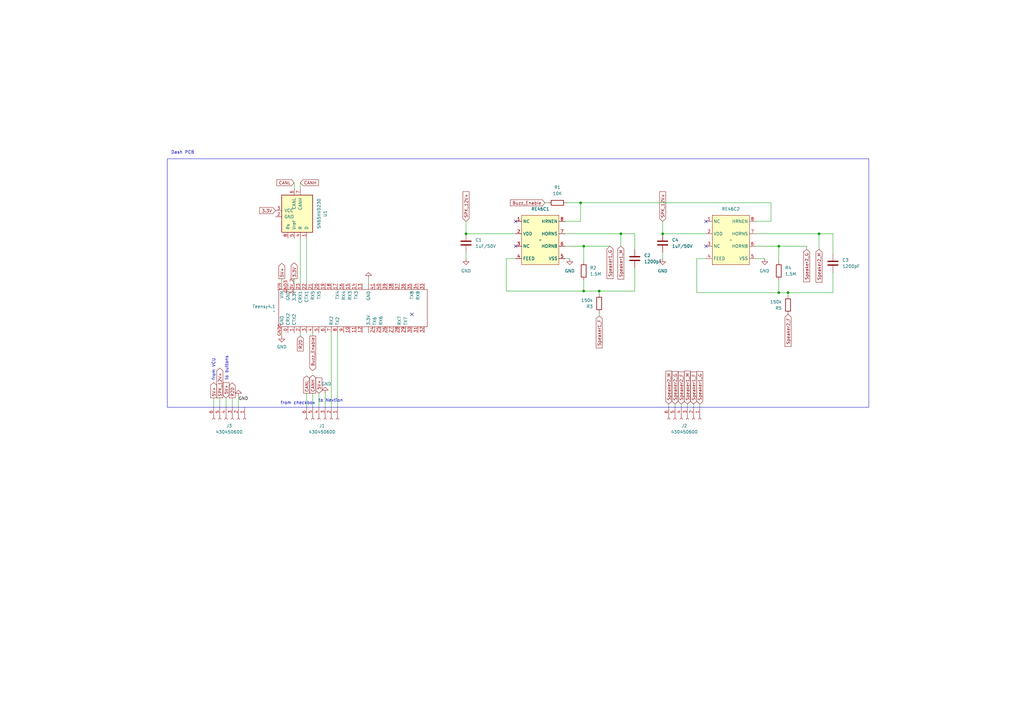
<source format=kicad_sch>
(kicad_sch (version 20231120) (generator "eeschema") (generator_version "8.0")
  (paper "A3")
  (title_block (title "SC FormulaE Electrical System"))
  (lib_symbols
    (symbol "Connector:Conn_01x06_Socket" (pin_names (offset 1.016) hide)
      (property "Reference" "J" (at 0 7.62 0))
      (property "Value" "Conn_01x06_Socket" (at 0 -10.16 0))
      (symbol "Conn_01x06_Socket_1_1"
        (arc (start 0 -7.112) (mid -0.5058 -7.62) (end 0 -8.128) (stroke (width 0.1524)))
        (arc (start 0 -4.572) (mid -0.5058 -5.08) (end 0 -5.588) (stroke (width 0.1524)))
        (arc (start 0 -2.032) (mid -0.5058 -2.54) (end 0 -3.048) (stroke (width 0.1524)))
        (polyline (pts (xy -1.27 -7.62) (xy -0.508 -7.62)) (stroke (width 0.1524)))
        (polyline (pts (xy -1.27 -5.08) (xy -0.508 -5.08)) (stroke (width 0.1524)))
        (polyline (pts (xy -1.27 -2.54) (xy -0.508 -2.54)) (stroke (width 0.1524)))
        (polyline (pts (xy -1.27 0) (xy -0.508 0)) (stroke (width 0.1524)))
        (polyline (pts (xy -1.27 2.54) (xy -0.508 2.54)) (stroke (width 0.1524)))
        (polyline (pts (xy -1.27 5.08) (xy -0.508 5.08)) (stroke (width 0.1524)))
        (arc (start 0 0.508) (mid -0.5058 0) (end 0 -0.508) (stroke (width 0.1524)))
        (arc (start 0 3.048) (mid -0.5058 2.54) (end 0 2.032) (stroke (width 0.1524)))
        (arc (start 0 5.588) (mid -0.5058 5.08) (end 0 4.572) (stroke (width 0.1524)))
        (pin passive line (at -5.08 5.08 0) (length 3.81) (name "Pin_1") (number "1"))
        (pin passive line (at -5.08 2.54 0) (length 3.81) (name "Pin_2") (number "2"))
        (pin passive line (at -5.08 0 0) (length 3.81) (name "Pin_3") (number "3"))
        (pin passive line (at -5.08 -2.54 0) (length 3.81) (name "Pin_4") (number "4"))
        (pin passive line (at -5.08 -5.08 0) (length 3.81) (name "Pin_5") (number "5"))
        (pin passive line (at -5.08 -7.62 0) (length 3.81) (name "Pin_6") (number "6"))
      )
    )
    (symbol "Device:C" (pin_numbers hide) (pin_names (offset 0.254))
      (property "Reference" "C" (at 0.635 2.54 0))
      (property "Value" "C" (at 0.635 -2.54 0))
      (symbol "C_0_1"
        (polyline (pts (xy -2.032 -0.762) (xy 2.032 -0.762)) (stroke (width 0.508)))
        (polyline (pts (xy -2.032 0.762) (xy 2.032 0.762)) (stroke (width 0.508)))
      )
      (symbol "C_1_1"
        (pin passive line (at 0 3.81 270) (length 2.794) (name "~") (number "1"))
        (pin passive line (at 0 -3.81 90) (length 2.794) (name "~") (number "2"))
      )
    )
    (symbol "Device:R" (pin_numbers hide) (pin_names (offset 0))
      (property "Reference" "R" (at 2.032 0 90))
      (property "Value" "R" (at 0 0 90))
      (symbol "R_0_1"
        (rectangle (start -1.016 -2.54) (end 1.016 2.54) (stroke (width 0.254)))
      )
      (symbol "R_1_1"
        (pin passive line (at 0 3.81 270) (length 1.27) (name "~") (number "1"))
        (pin passive line (at 0 -3.81 90) (length 1.27) (name "~") (number "2"))
      )
    )
    (symbol "FSAE:RE46C100"
      (property "Reference" "RE46C100" (at 0 0 0))
      (symbol "RE46C100_1_1"
        (rectangle (start -7.62 10.16) (end 7.62 -10.16) (fill (type background)))
        (pin input line (at -10.16 7.62 0) (length 2.54) (name "NC") (number "1"))
        (pin input line (at -10.16 2.54 0) (length 2.54) (name "VDD") (number "2"))
        (pin input line (at -10.16 -2.54 0) (length 2.54) (name "NC") (number "3"))
        (pin input line (at -10.16 -7.62 0) (length 2.54) (name "FEED") (number "4"))
        (pin input line (at 10.16 -7.62 180) (length 2.54) (name "VSS") (number "5"))
        (pin input line (at 10.16 -2.54 180) (length 2.54) (name "HORNB") (number "6"))
        (pin input line (at 10.16 2.54 180) (length 2.54) (name "HORNS") (number "7"))
        (pin input line (at 10.16 7.62 180) (length 2.54) (name "HRNEN") (number "8"))
      )
    )
    (symbol "SN65HVD230_1" (pin_names (offset 1.016))
      (property "Reference" "U" (at -2.54 10.16 0))
      (property "Value" "SN65HVD230" (at 1.27 -10.16 0))
      (symbol "SN65HVD230_1_0_1"
        (rectangle (start -7.62 5.08) (end 7.62 -7.62) (stroke (width 0.254)) (fill (type background)))
      )
      (symbol "SN65HVD230_1_1_1"
        (pin input line (at -10.16 2.54 0) (length 2.54) (name "D") (number "1"))
        (pin power_in line (at -1.27 -10.16 90) (length 2.54) (name "GND") (number "2"))
        (pin power_in line (at 1.27 -10.16 90) (length 2.54) (name "VCC") (number "3"))
        (pin output line (at -10.16 0 0) (length 2.54) (name "R") (number "4"))
        (pin output line (at -10.16 -2.54 0) (length 2.54) (name "Vref") (number "5"))
        (pin bidirectional line (at 10.16 -2.54 180) (length 2.54) (name "CANL") (number "6"))
        (pin bidirectional line (at 10.16 0 180) (length 2.54) (name "CANH") (number "7"))
        (pin input line (at -10.16 -5.08 0) (length 2.54) (name "Rs") (number "8"))
      )
    )
    (symbol "power:GND" (power) (pin_names (offset 0))
      (property "Value" "GND" (at 0 -3.81 0))
      (symbol "GND_0_1"
        (polyline (pts (xy 0 0) (xy 0 -1.27) (xy 1.27 -1.27) (xy 0 -2.54) (xy -1.27 -1.27) (xy 0 -1.27)))
      )
      (symbol "GND_1_1"
        (pin power_in line (at 0 0 270) (length 0) hide (name "GND") (number "1"))
      )
    )
    (symbol "teensy4.1_1"
      (property "Reference" "Teensy4.1" (at 8.2551 40.64 90))
      (property "Value" "~" (at 6.35 40.64 90))
      (symbol "teensy4.1_1_0_1"
        (rectangle (start 0 39.37) (end 15.24 -21.59))
      )
      (symbol "teensy4.1_1_1_1"
        (pin output line (at -2.54 2.54 0) (length 2.54) (name "3.3V") (number ""))
        (pin unspecified line (at 17.78 2.54 180) (length 2.54) (name "GND") (number ""))
        (pin bidirectional line (at -2.54 35.56 0) (length 2.54) (name "CRX2") (number "0"))
        (pin bidirectional line (at -2.54 33.02 0) (length 2.54) (name "CTX2") (number "1"))
        (pin bidirectional line (at -2.54 10.16 0) (length 2.54) (name "") (number "10"))
        (pin bidirectional line (at -2.54 7.62 0) (length 2.54) (name "") (number "11"))
        (pin bidirectional line (at -2.54 5.08 0) (length 2.54) (name "") (number "12"))
        (pin bidirectional line (at 17.78 5.08 180) (length 2.54) (name "") (number "13"))
        (pin bidirectional line (at 17.78 7.62 180) (length 2.54) (name "TX3") (number "14"))
        (pin bidirectional line (at 17.78 10.16 180) (length 2.54) (name "RX3") (number "15"))
        (pin bidirectional line (at 17.78 12.7 180) (length 2.54) (name "RX4") (number "16"))
        (pin bidirectional line (at 17.78 15.24 180) (length 2.54) (name "TX4") (number "17"))
        (pin bidirectional line (at 17.78 17.78 180) (length 2.54) (name "") (number "18"))
        (pin bidirectional line (at 17.78 20.32 180) (length 2.54) (name "") (number "19"))
        (pin bidirectional line (at -2.54 30.48 0) (length 2.54) (name "") (number "2"))
        (pin bidirectional line (at 17.78 22.86 180) (length 2.54) (name "TX5") (number "20"))
        (pin bidirectional line (at 17.78 25.4 180) (length 2.54) (name "RX5") (number "21"))
        (pin bidirectional line (at 17.78 27.94 180) (length 2.54) (name "CTX1") (number "22"))
        (pin bidirectional line (at 17.78 30.48 180) (length 2.54) (name "CRX1") (number "23"))
        (pin bidirectional line (at -2.54 0 0) (length 2.54) (name "TX6") (number "24"))
        (pin bidirectional line (at -2.54 -2.54 0) (length 2.54) (name "RX6") (number "25"))
        (pin bidirectional line (at -2.54 -5.08 0) (length 2.54) (name "") (number "26"))
        (pin bidirectional line (at -2.54 -7.62 0) (length 2.54) (name "") (number "27"))
        (pin bidirectional line (at -2.54 -10.16 0) (length 2.54) (name "RX7") (number "28"))
        (pin bidirectional line (at -2.54 -12.7 0) (length 2.54) (name "TX7") (number "29"))
        (pin bidirectional line (at -2.54 27.94 0) (length 2.54) (name "") (number "3"))
        (pin output line (at 17.78 33.02 180) (length 2.54) (name "3.3V") (number "3.3V_2"))
        (pin bidirectional line (at -2.54 -15.24 0) (length 2.54) (name "") (number "30"))
        (pin bidirectional line (at -2.54 -17.78 0) (length 2.54) (name "") (number "31"))
        (pin bidirectional line (at -2.54 -20.32 0) (length 2.54) (name "") (number "32"))
        (pin bidirectional line (at 17.78 -20.32 180) (length 2.54) (name "") (number "33"))
        (pin bidirectional line (at 17.78 -17.78 180) (length 2.54) (name "RX8") (number "34"))
        (pin bidirectional line (at 17.78 -15.24 180) (length 2.54) (name "TX8") (number "35"))
        (pin bidirectional line (at 17.78 -12.7 180) (length 2.54) (name "") (number "36"))
        (pin bidirectional line (at 17.78 -10.16 180) (length 2.54) (name "") (number "37"))
        (pin bidirectional line (at 17.78 -7.62 180) (length 2.54) (name "") (number "38"))
        (pin bidirectional line (at 17.78 -5.08 180) (length 2.54) (name "") (number "39"))
        (pin bidirectional line (at -2.54 25.4 0) (length 2.54) (name "") (number "4"))
        (pin bidirectional line (at 17.78 -2.54 180) (length 2.54) (name "") (number "40"))
        (pin bidirectional line (at 17.78 0 180) (length 2.54) (name "") (number "41"))
        (pin bidirectional line (at -2.54 22.86 0) (length 2.54) (name "") (number "5"))
        (pin bidirectional line (at -2.54 20.32 0) (length 2.54) (name "") (number "6"))
        (pin bidirectional line (at -2.54 17.78 0) (length 2.54) (name "RX2") (number "7"))
        (pin bidirectional line (at -2.54 15.24 0) (length 2.54) (name "TX2") (number "8"))
        (pin bidirectional line (at -2.54 12.7 0) (length 2.54) (name "") (number "9"))
        (pin unspecified line (at -2.54 38.1 0) (length 2.54) (name "GND") (number "GND1"))
        (pin unspecified line (at 17.78 35.56 180) (length 2.54) (name "GND") (number "GND3"))
        (pin input line (at 17.78 38.1 180) (length 2.54) (name "VIN") (number "VIN"))
      )
    )
  )
  (junction (at 245.745 119.38))
  (junction (at 271.78 95.885))
  (junction (at 239.395 100.965))
  (junction (at 319.405 100.965))
  (junction (at 319.405 120.015))
  (junction (at 191.135 95.885))
  (junction (at 254.635 95.885))
  (junction (at 335.915 95.885))
  (junction (at 238.125 83.185))
  (junction (at 323.215 120.015))
  (junction (at 239.395 119.38))
  (no_connect (at 289.56 90.805))
  (no_connect (at 289.56 100.965))
  (no_connect (at 211.455 100.965))
  (no_connect (at 168.91 128.905))
  (no_connect (at 211.455 90.805))
  (wire (pts (xy 271.78 90.805) (xy 271.78 95.885)))
  (wire (pts (xy 245.745 119.38) (xy 260.35 119.38)))
  (wire (pts (xy 319.405 100.965) (xy 330.835 100.965)))
  (wire (pts (xy 254.635 95.885) (xy 260.35 95.885)))
  (wire (pts (xy 207.645 106.045) (xy 207.645 119.38)))
  (wire (pts (xy 133.35 161.29) (xy 133.35 167.005)))
  (wire (pts (xy 128.27 161.29) (xy 128.27 167.005)))
  (wire (pts (xy 115.57 136.525) (xy 115.57 137.795)))
  (wire (pts (xy 120.65 114.3) (xy 120.65 116.205)))
  (wire (pts (xy 151.13 114.3) (xy 151.13 116.205)))
  (wire (pts (xy 289.56 106.045) (xy 285.75 106.045)))
  (wire (pts (xy 274.32 165.735) (xy 274.32 167.005)))
  (wire (pts (xy 231.775 95.885) (xy 254.635 95.885)))
  (wire (pts (xy 239.395 100.965) (xy 239.395 107.315)))
  (wire (pts (xy 245.745 119.38) (xy 245.745 120.65)))
  (wire (pts (xy 125.73 97.79) (xy 125.73 116.205)))
  (wire (pts (xy 238.125 83.185) (xy 238.125 90.805)))
  (wire (pts (xy 260.35 109.855) (xy 260.35 119.38)))
  (wire (pts (xy 92.71 163.195) (xy 92.71 167.005)))
  (wire (pts (xy 123.19 97.79) (xy 123.19 116.205)))
  (wire (pts (xy 316.23 83.185) (xy 316.23 90.805)))
  (wire (pts (xy 309.88 95.885) (xy 335.915 95.885)))
  (wire (pts (xy 341.63 104.14) (xy 341.63 95.885)))
  (wire (pts (xy 90.17 163.195) (xy 90.17 167.005)))
  (wire (pts (xy 239.395 114.935) (xy 239.395 119.38)))
  (wire (pts (xy 323.215 120.015) (xy 323.215 121.285)))
  (wire (pts (xy 245.745 129.54) (xy 245.745 128.27)))
  (wire (pts (xy 239.395 100.965) (xy 250.19 100.965)))
  (wire (pts (xy 279.4 165.735) (xy 279.4 167.005)))
  (wire (pts (xy 231.775 106.045) (xy 233.68 106.045)))
  (wire (pts (xy 232.41 83.185) (xy 238.125 83.185)))
  (wire (pts (xy 87.63 163.195) (xy 87.63 167.005)))
  (wire (pts (xy 123.19 136.525) (xy 123.19 137.795)))
  (wire (pts (xy 330.835 100.965) (xy 330.835 102.235)))
  (wire (pts (xy 287.02 165.735) (xy 287.02 167.005)))
  (wire (pts (xy 335.915 102.235) (xy 335.915 95.885)))
  (wire (pts (xy 231.775 90.805) (xy 238.125 90.805)))
  (wire (pts (xy 207.645 119.38) (xy 239.395 119.38)))
  (wire (pts (xy 341.63 111.76) (xy 341.63 120.015)))
  (wire (pts (xy 323.215 120.015) (xy 341.63 120.015)))
  (wire (pts (xy 285.75 120.015) (xy 319.405 120.015)))
  (wire (pts (xy 335.915 95.885) (xy 341.63 95.885)))
  (wire (pts (xy 254.635 95.885) (xy 254.635 100.965)))
  (wire (pts (xy 260.35 102.235) (xy 260.35 95.885)))
  (wire (pts (xy 309.88 90.805) (xy 316.23 90.805)))
  (wire (pts (xy 97.79 162.56) (xy 97.79 167.005)))
  (wire (pts (xy 319.405 114.935) (xy 319.405 120.015)))
  (wire (pts (xy 135.89 136.525) (xy 135.89 167.005)))
  (wire (pts (xy 120.65 74.93) (xy 120.65 77.47)))
  (wire (pts (xy 231.775 100.965) (xy 239.395 100.965)))
  (wire (pts (xy 238.125 83.185) (xy 316.23 83.185)))
  (wire (pts (xy 224.79 83.185) (xy 223.52 83.185)))
  (wire (pts (xy 271.78 95.885) (xy 289.56 95.885)))
  (wire (pts (xy 123.19 74.93) (xy 123.19 77.47)))
  (wire (pts (xy 309.88 106.045) (xy 313.69 106.045)))
  (wire (pts (xy 271.78 106.045) (xy 271.78 103.505)))
  (wire (pts (xy 319.405 100.965) (xy 319.405 107.315)))
  (wire (pts (xy 281.94 165.735) (xy 281.94 167.005)))
  (wire (pts (xy 138.43 136.525) (xy 138.43 167.005)))
  (wire (pts (xy 191.135 106.045) (xy 191.135 103.505)))
  (wire (pts (xy 309.88 100.965) (xy 319.405 100.965)))
  (wire (pts (xy 239.395 119.38) (xy 245.745 119.38)))
  (wire (pts (xy 319.405 120.015) (xy 323.215 120.015)))
  (wire (pts (xy 211.455 106.045) (xy 207.645 106.045)))
  (wire (pts (xy 128.27 136.525) (xy 128.27 137.795)))
  (wire (pts (xy 130.81 161.29) (xy 130.81 167.005)))
  (wire (pts (xy 95.25 163.195) (xy 95.25 167.005)))
  (wire (pts (xy 125.73 161.29) (xy 125.73 167.005)))
  (wire (pts (xy 276.86 165.735) (xy 276.86 167.005)))
  (wire (pts (xy 191.135 90.805) (xy 191.135 95.885)))
  (wire (pts (xy 115.57 114.3) (xy 115.57 116.205)))
  (wire (pts (xy 285.75 106.045) (xy 285.75 120.015)))
  (wire (pts (xy 284.48 165.735) (xy 284.48 167.005)))
  (wire (pts (xy 191.135 95.885) (xy 211.455 95.885)))
  (rectangle (start 68.58 65.151) (end 356.362 167.005))
  (text "Dash PCB" (at 74.93 62.611 0) (effects (font (size 1.27 1.27))))
  (text "from VCU" (at 87.63 151.511 90) (effects (font (size 1.27 1.27))))
  (text "to Nextion" (at 135.636 164.338 0) (effects (font (size 1.27 1.27))))
  (text "to buttons" (at 92.964 151.003 90) (effects (font (size 1.27 1.27))))
  (text "from checkbox" (at 122.174 165.354 0) (effects (font (size 1.27 1.27))))
  (label "GND" (at 97.79 164.465 0))
  (global_label "3.3V" (shape output) (at 120.65 114.3 90) (property "Intersheetrefs" "${INTERSHEET_REFS}" (effects (hide yes))))
  (global_label "Speaker2_G" (shape input) (at 276.86 165.735 90) (property "Intersheetrefs" "${INTERSHEET_REFS}" (effects (hide yes))))
  (global_label "SPK_12V+" (shape output) (at 90.17 163.195 90) (property "Intersheetrefs" "${INTERSHEET_REFS}" (effects (hide yes))))
  (global_label "R2D" (shape output) (at 95.25 163.195 90) (property "Intersheetrefs" "${INTERSHEET_REFS}" (effects (hide yes))))
  (global_label "CANL" (shape output) (at 125.73 161.29 90) (property "Intersheetrefs" "${INTERSHEET_REFS}" (effects (hide yes))))
  (global_label "5V+" (shape output) (at 87.63 163.195 90) (property "Intersheetrefs" "${INTERSHEET_REFS}" (effects (hide yes))))
  (global_label "SPK_12V+" (shape input) (at 271.78 90.805 90) (property "Intersheetrefs" "${INTERSHEET_REFS}" (effects (hide yes))))
  (global_label "Speaker2_F" (shape input) (at 279.4 165.735 90) (property "Intersheetrefs" "${INTERSHEET_REFS}" (effects (hide yes))))
  (global_label "CANH" (shape output) (at 128.27 161.29 90) (property "Intersheetrefs" "${INTERSHEET_REFS}" (effects (hide yes))))
  (global_label "Speaker1_G" (shape input) (at 287.02 165.735 90) (property "Intersheetrefs" "${INTERSHEET_REFS}" (effects (hide yes))))
  (global_label "Speaker2_M" (shape input) (at 335.915 102.235 270) (property "Intersheetrefs" "${INTERSHEET_REFS}" (effects (hide yes))))
  (global_label "Speaker1_F" (shape input) (at 284.48 165.735 90) (property "Intersheetrefs" "${INTERSHEET_REFS}" (effects (hide yes))))
  (global_label "SPK_12V+" (shape input) (at 191.135 90.805 90) (property "Intersheetrefs" "${INTERSHEET_REFS}" (effects (hide yes))))
  (global_label "Buzz_Enable" (shape output) (at 128.27 137.795 270) (property "Intersheetrefs" "${INTERSHEET_REFS}" (effects (hide yes))))
  (global_label "3.3V" (shape input) (at 113.03 86.36 180) (property "Intersheetrefs" "${INTERSHEET_REFS}" (effects (hide yes))))
  (global_label "CANL" (shape input) (at 120.65 74.93 180) (property "Intersheetrefs" "${INTERSHEET_REFS}" (effects (hide yes))))
  (global_label "Speaker1_G" (shape input) (at 250.19 100.965 270) (property "Intersheetrefs" "${INTERSHEET_REFS}" (effects (hide yes))))
  (global_label "CANH" (shape input) (at 123.19 74.93 0) (property "Intersheetrefs" "${INTERSHEET_REFS}" (effects (hide yes))))
  (global_label "Speaker2_F" (shape input) (at 323.215 128.905 270) (property "Intersheetrefs" "${INTERSHEET_REFS}" (effects (hide yes))))
  (global_label "Speaker1_F" (shape input) (at 245.745 129.54 270) (property "Intersheetrefs" "${INTERSHEET_REFS}" (effects (hide yes))))
  (global_label "Speaker1_M" (shape input) (at 281.94 165.735 90) (property "Intersheetrefs" "${INTERSHEET_REFS}" (effects (hide yes))))
  (global_label "Speaker2_G" (shape input) (at 330.835 102.235 270) (property "Intersheetrefs" "${INTERSHEET_REFS}" (effects (hide yes))))
  (global_label "5V+" (shape input) (at 130.81 161.29 90) (property "Intersheetrefs" "${INTERSHEET_REFS}" (effects (hide yes))))
  (global_label "5V+" (shape output) (at 115.57 114.3 90) (property "Intersheetrefs" "${INTERSHEET_REFS}" (effects (hide yes))))
  (global_label "Speaker1_M" (shape input) (at 254.635 100.965 270) (property "Intersheetrefs" "${INTERSHEET_REFS}" (effects (hide yes))))
  (global_label "Speaker2_M" (shape input) (at 274.32 165.735 90) (property "Intersheetrefs" "${INTERSHEET_REFS}" (effects (hide yes))))
  (global_label "Buzz_Enable" (shape input) (at 223.52 83.185 180) (property "Intersheetrefs" "${INTERSHEET_REFS}" (effects (hide yes))))
  (global_label "R2D" (shape input) (at 123.19 137.795 270) (property "Intersheetrefs" "${INTERSHEET_REFS}" (effects (hide yes))))
  (global_label "5V+" (shape input) (at 92.71 163.195 90) (property "Intersheetrefs" "${INTERSHEET_REFS}" (effects (hide yes))))
  (symbol (lib_id "Device:R") (at 319.405 111.125 0) (unit 1)
    (property "Reference" "R4" (at 321.945 109.855 0) (effects (justify left)))
    (property "Value" "1.5M" (at 321.945 112.395 0) (effects (justify left)))
    (property "Footprint" "Resistor_THT:R_Axial_DIN0204_L3.6mm_D1.6mm_P5.08mm_Horizontal" (effects (hide yes)))
  )
  (symbol (lib_id "Device:R") (at 323.215 125.095 180) (unit 1)
    (property "Reference" "R5" (at 320.675 126.365 0) (effects (justify left)))
    (property "Value" "150k" (at 320.675 123.825 0) (effects (justify left)))
    (property "Footprint" "Resistor_THT:R_Axial_DIN0204_L3.6mm_D1.6mm_P5.08mm_Horizontal" (effects (hide yes)))
  )
  (symbol (lib_id "power:GND") (at 233.68 106.045 0) (unit 1)
    (property "Reference" "#PWR06" (effects (hide yes)))
    (property "Value" "GND" (at 233.68 111.125 0))
  )
  (symbol (lib_id "Device:R") (at 239.395 111.125 0) (unit 1)
    (property "Reference" "R2" (at 241.935 109.855 0) (effects (justify left)))
    (property "Value" "1.5M" (at 241.935 112.395 0) (effects (justify left)))
    (property "Footprint" "Resistor_THT:R_Axial_DIN0204_L3.6mm_D1.6mm_P5.08mm_Horizontal" (effects (hide yes)))
  )
  (symbol (lib_id "power:GND") (at 97.79 162.56 180) (unit 1)
    (property "Reference" "#PWR04" (effects (hide yes)))
    (property "Value" "GND" (effects (hide yes)))
  )
  (symbol (lib_id "Device:R") (at 228.6 83.185 270) (unit 1)
    (property "Reference" "R1" (at 228.6 76.835 90))
    (property "Value" "10K" (at 228.6 79.375 90))
    (property "Footprint" "Resistor_THT:R_Axial_DIN0204_L3.6mm_D1.6mm_P5.08mm_Horizontal" (effects (hide yes)))
  )
  (symbol (lib_id "power:GND") (at 313.69 106.045 0) (unit 1)
    (property "Reference" "#PWR09" (effects (hide yes)))
    (property "Value" "GND" (at 313.563 111.125 0))
  )
  (symbol (lib_id "Connector:Conn_01x06_Socket") (at 281.94 172.085 270) (unit 1)
    (property "Reference" "J2" (at 280.67 174.625 90))
    (property "Value" "430450600" (at 280.67 177.165 90))
    (property "Footprint" "Connector_Molex:Molex_Micro-Fit_3.0_43045-0600_2x03_P3.00mm_Horizontal" (effects (hide yes)))
    (property "Description" "Generic connector, single row, 01x06, script generated" (effects (hide yes)))
  )
  (symbol (lib_id "Device:C") (at 341.63 107.95 0) (unit 1)
    (property "Reference" "C3" (at 345.44 106.68 0) (effects (justify left)))
    (property "Value" "1200pF" (at 345.44 109.22 0) (effects (justify left)))
    (property "Footprint" "Capacitor_SMD:C_0805_2012Metric_Pad1.18x1.45mm_HandSolder" (effects (hide yes)))
  )
  (symbol (lib_id "Device:C") (at 191.135 99.695 0) (unit 1)
    (property "Reference" "C1" (at 194.945 98.425 0) (effects (justify left)))
    (property "Value" "1uF/50V" (at 194.945 100.965 0) (effects (justify left)))
    (property "Footprint" "Capacitor_SMD:C_0805_2012Metric_Pad1.18x1.45mm_HandSolder" (effects (hide yes)))
  )
  (symbol (lib_id "power:GND") (at 191.135 106.045 0) (unit 1)
    (property "Reference" "#PWR07" (effects (hide yes)))
    (property "Value" "GND" (at 191.135 111.125 0))
  )
  (symbol (lib_id "power:GND") (at 115.57 137.795 0) (unit 1)
    (property "Reference" "#PWR02" (effects (hide yes)))
    (property "Value" "GND" (at 115.57 142.24 0))
  )
  (symbol (lib_id "Device:R") (at 245.745 124.46 180) (unit 1)
    (property "Reference" "R3" (at 243.205 125.73 0) (effects (justify left)))
    (property "Value" "150k" (at 243.205 123.19 0) (effects (justify left)))
    (property "Footprint" "Resistor_THT:R_Axial_DIN0204_L3.6mm_D1.6mm_P5.08mm_Horizontal" (effects (hide yes)))
  )
  (symbol (lib_id "FSAE:RE46C100") (at 299.72 98.425 0) (unit 1)
    (property "Reference" "RE46C2" (at 299.72 85.725 0))
    (property "Value" "~" (at 299.72 98.425 0))
    (property "Footprint" "Package_DIP:DIP-8_W7.62mm" (effects (hide yes)))
  )
  (symbol (lib_id "power:GND") (at 133.35 161.29 180) (unit 1)
    (property "Reference" "#PWR01" (effects (hide yes)))
    (property "Value" "GND" (at 133.858 157.48 0))
  )
  (symbol (lib_id "Connector:Conn_01x06_Socket") (at 133.35 172.085 270) (unit 1)
    (property "Reference" "J1" (at 132.08 174.625 90))
    (property "Value" "430450600" (at 132.08 177.165 90))
    (property "Footprint" "Connector_Molex:Molex_Micro-Fit_3.0_43045-0600_2x03_P3.00mm_Horizontal" (effects (hide yes)))
    (property "Description" "Generic connector, single row, 01x06, script generated" (effects (hide yes)))
  )
  (symbol (lib_id "power:GND") (at 271.78 106.045 0) (unit 1)
    (property "Reference" "#PWR05" (effects (hide yes)))
    (property "Value" "GND" (at 271.78 111.125 0))
  )
  (symbol (lib_id "Device:C") (at 260.35 106.045 0) (unit 1)
    (property "Reference" "C2" (at 264.16 104.775 0) (effects (justify left)))
    (property "Value" "1200pF" (at 264.16 107.315 0) (effects (justify left)))
    (property "Footprint" "Capacitor_SMD:C_0805_2012Metric_Pad1.18x1.45mm_HandSolder" (effects (hide yes)))
  )
  (symbol (lib_id "Connector:Conn_01x06_Socket") (at 95.25 172.085 270) (unit 1)
    (property "Reference" "J3" (at 93.98 174.625 90))
    (property "Value" "430450600" (at 93.98 177.165 90))
    (property "Footprint" "Connector_Molex:Molex_Micro-Fit_3.0_43045-0600_2x03_P3.00mm_Horizontal" (effects (hide yes)))
    (property "Description" "Generic connector, single row, 01x06, script generated" (effects (hide yes)))
  )
  (symbol (lib_id "FSAE:RE46C100") (at 221.615 98.425 0) (unit 1)
    (property "Reference" "RE46C1" (at 221.615 85.725 0))
    (property "Value" "~" (at 221.615 98.425 0))
    (property "Footprint" "Package_DIP:DIP-8_W7.62mm" (effects (hide yes)))
  )
  (symbol (lib_id "Device:C") (at 271.78 99.695 0) (unit 1)
    (property "Reference" "C4" (at 275.59 98.425 0) (effects (justify left)))
    (property "Value" "1uF/50V" (at 275.59 100.965 0) (effects (justify left)))
    (property "Footprint" "Capacitor_SMD:C_0805_2012Metric_Pad1.18x1.45mm_HandSolder" (effects (hide yes)))
  )
  (symbol (lib_name "SN65HVD230_1") (lib_id "Interface_CAN_LIN:SN65HVD230") (at 123.19 87.63 270) (mirror x) (unit 1)
    (property "Reference" "U1" (at 133.35 87.63 0))
    (property "Value" "SN65HVD230" (at 130.81 87.63 0))
    (property "Footprint" "Package_SO:SOIC-8_3.9x4.9mm_P1.27mm" (effects (hide yes)))
    (property "Datasheet" "http://www.ti.com/lit/ds/symlink/sn65hvd230.pdf" (effects (hide yes)))
    (property "Description" "CAN Bus Transceivers, 3.3V, 1Mbps, Low-Power capabilities, SOIC-8" (effects (hide yes)))
  )
  (symbol (lib_name "teensy4.1_1") (lib_id "teensy:teensy4.1") (at 153.67 133.985 90) (unit 1)
    (property "Reference" "Teensy4.1" (at 113.03 125.7299 90) (effects (justify left)))
    (property "Value" "~" (at 113.03 127.635 90) (effects (justify left)))
    (property "Footprint" "Module:MODULE_DEV-16771" (effects (hide yes)))
  )
  (symbol (lib_id "power:GND") (at 151.13 114.3 180) (unit 1)
    (property "Reference" "#PWR03" (effects (hide yes)))
    (property "Value" "GND" (effects (hide yes)))
  )
)
</source>
